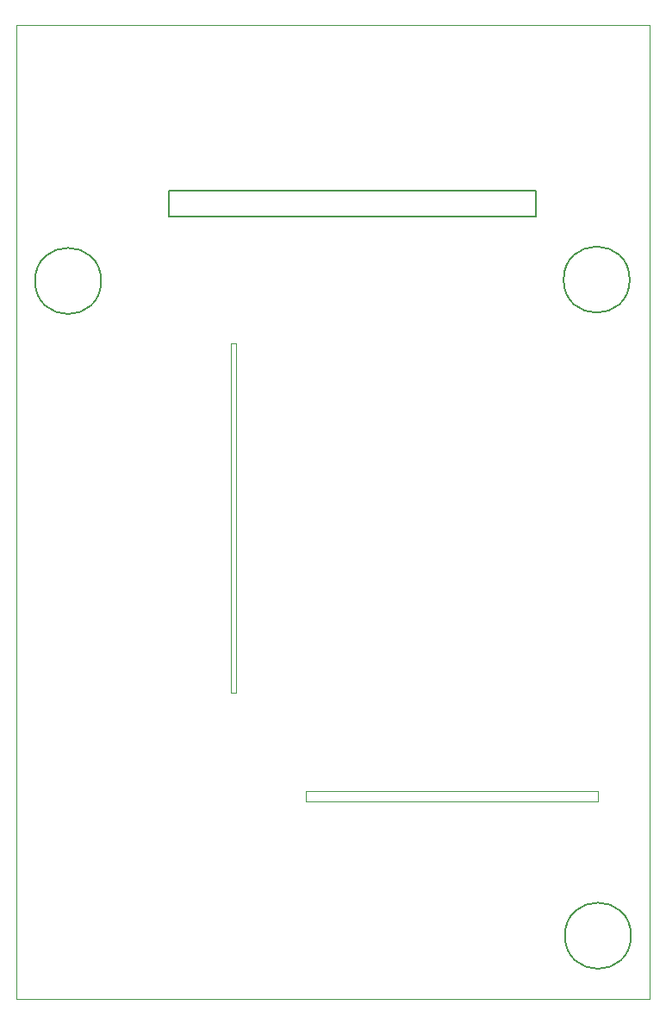
<source format=gbr>
%TF.GenerationSoftware,KiCad,Pcbnew,7.0.11-7.0.11~ubuntu20.04.1*%
%TF.CreationDate,2024-08-15T08:53:24+02:00*%
%TF.ProjectId,diyBMS_CurrentVoltage_ADS1115,64697942-4d53-45f4-9375-7272656e7456,rev?*%
%TF.SameCoordinates,Original*%
%TF.FileFunction,Profile,NP*%
%FSLAX46Y46*%
G04 Gerber Fmt 4.6, Leading zero omitted, Abs format (unit mm)*
G04 Created by KiCad (PCBNEW 7.0.11-7.0.11~ubuntu20.04.1) date 2024-08-15 08:53:24*
%MOMM*%
%LPD*%
G01*
G04 APERTURE LIST*
%TA.AperFunction,Profile*%
%ADD10C,0.100000*%
%TD*%
%TA.AperFunction,Profile*%
%ADD11C,0.150000*%
%TD*%
%TA.AperFunction,Profile*%
%ADD12C,0.200000*%
%TD*%
G04 APERTURE END LIST*
D10*
X51562000Y-81788000D02*
X80264000Y-81788000D01*
X80264000Y-82804000D01*
X51562000Y-82804000D01*
X51562000Y-81788000D01*
D11*
X83382341Y-31623000D02*
G75*
G03*
X76891659Y-31623000I-3245341J0D01*
G01*
X76891659Y-31623000D02*
G75*
G03*
X83382341Y-31623000I3245341J0D01*
G01*
D12*
X38100000Y-22860000D02*
X74168000Y-22860000D01*
X74168000Y-25400000D01*
X38100000Y-25400000D01*
X38100000Y-22860000D01*
D10*
X44196000Y-37846000D02*
X44704000Y-37846000D01*
X44704000Y-72136000D01*
X44196000Y-72136000D01*
X44196000Y-37846000D01*
D11*
X83509341Y-96012000D02*
G75*
G03*
X77018659Y-96012000I-3245341J0D01*
G01*
X77018659Y-96012000D02*
G75*
G03*
X83509341Y-96012000I3245341J0D01*
G01*
D10*
X23114000Y-6604000D02*
X85344000Y-6604000D01*
X85344000Y-102235000D01*
X23114000Y-102235000D01*
X23114000Y-6604000D01*
D11*
X31439341Y-31750000D02*
G75*
G03*
X24948659Y-31750000I-3245341J0D01*
G01*
X24948659Y-31750000D02*
G75*
G03*
X31439341Y-31750000I3245341J0D01*
G01*
M02*

</source>
